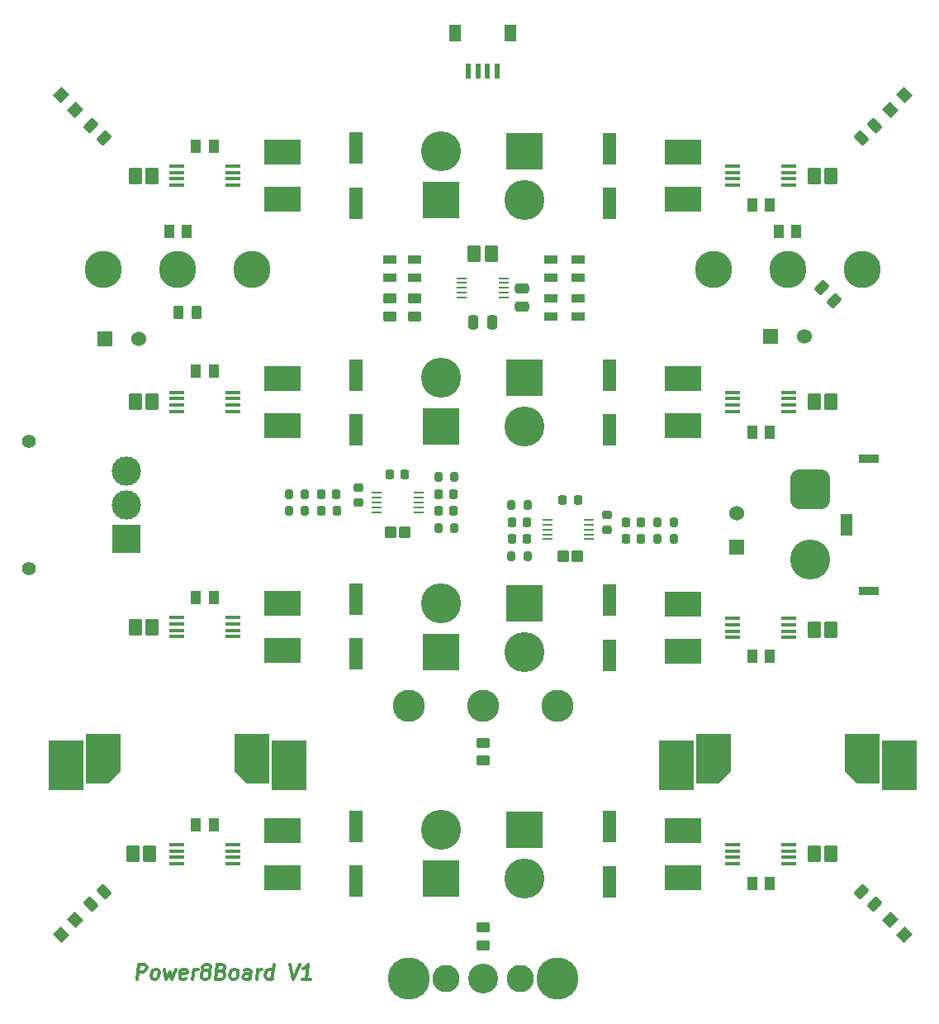
<source format=gts>
%TF.GenerationSoftware,KiCad,Pcbnew,8.0.5*%
%TF.CreationDate,2025-09-24T23:13:40-07:00*%
%TF.ProjectId,Power8Board V1,506f7765-7238-4426-9f61-72642056312e,rev?*%
%TF.SameCoordinates,Original*%
%TF.FileFunction,Soldermask,Top*%
%TF.FilePolarity,Negative*%
%FSLAX46Y46*%
G04 Gerber Fmt 4.6, Leading zero omitted, Abs format (unit mm)*
G04 Created by KiCad (PCBNEW 8.0.5) date 2025-09-24 23:13:40*
%MOMM*%
%LPD*%
G01*
G04 APERTURE LIST*
G04 Aperture macros list*
%AMRoundRect*
0 Rectangle with rounded corners*
0 $1 Rounding radius*
0 $2 $3 $4 $5 $6 $7 $8 $9 X,Y pos of 4 corners*
0 Add a 4 corners polygon primitive as box body*
4,1,4,$2,$3,$4,$5,$6,$7,$8,$9,$2,$3,0*
0 Add four circle primitives for the rounded corners*
1,1,$1+$1,$2,$3*
1,1,$1+$1,$4,$5*
1,1,$1+$1,$6,$7*
1,1,$1+$1,$8,$9*
0 Add four rect primitives between the rounded corners*
20,1,$1+$1,$2,$3,$4,$5,0*
20,1,$1+$1,$4,$5,$6,$7,0*
20,1,$1+$1,$6,$7,$8,$9,0*
20,1,$1+$1,$8,$9,$2,$3,0*%
%AMRotRect*
0 Rectangle, with rotation*
0 The origin of the aperture is its center*
0 $1 length*
0 $2 width*
0 $3 Rotation angle, in degrees counterclockwise*
0 Add horizontal line*
21,1,$1,$2,0,0,$3*%
%AMOutline5P*
0 Free polygon, 5 corners , with rotation*
0 The origin of the aperture is its center*
0 number of corners: always 5*
0 $1 to $10 corner X, Y*
0 $11 Rotation angle, in degrees counterclockwise*
0 create outline with 5 corners*
4,1,5,$1,$2,$3,$4,$5,$6,$7,$8,$9,$10,$1,$2,$11*%
%AMOutline6P*
0 Free polygon, 6 corners , with rotation*
0 The origin of the aperture is its center*
0 number of corners: always 6*
0 $1 to $12 corner X, Y*
0 $13 Rotation angle, in degrees counterclockwise*
0 create outline with 6 corners*
4,1,6,$1,$2,$3,$4,$5,$6,$7,$8,$9,$10,$11,$12,$1,$2,$13*%
%AMOutline7P*
0 Free polygon, 7 corners , with rotation*
0 The origin of the aperture is its center*
0 number of corners: always 7*
0 $1 to $14 corner X, Y*
0 $15 Rotation angle, in degrees counterclockwise*
0 create outline with 7 corners*
4,1,7,$1,$2,$3,$4,$5,$6,$7,$8,$9,$10,$11,$12,$13,$14,$1,$2,$15*%
%AMOutline8P*
0 Free polygon, 8 corners , with rotation*
0 The origin of the aperture is its center*
0 number of corners: always 8*
0 $1 to $16 corner X, Y*
0 $17 Rotation angle, in degrees counterclockwise*
0 create outline with 8 corners*
4,1,8,$1,$2,$3,$4,$5,$6,$7,$8,$9,$10,$11,$12,$13,$14,$15,$16,$1,$2,$17*%
G04 Aperture macros list end*
%ADD10C,0.300000*%
%ADD11RoundRect,0.225000X0.250000X-0.225000X0.250000X0.225000X-0.250000X0.225000X-0.250000X-0.225000X0*%
%ADD12R,1.397000X0.965200*%
%ADD13RoundRect,0.250000X-0.503814X-0.132583X-0.132583X-0.503814X0.503814X0.132583X0.132583X0.503814X0*%
%ADD14RoundRect,0.102000X0.600000X0.735000X-0.600000X0.735000X-0.600000X-0.735000X0.600000X-0.735000X0*%
%ADD15R,1.498600X0.457200*%
%ADD16RoundRect,0.102000X-0.600000X-0.735000X0.600000X-0.735000X0.600000X0.735000X-0.600000X0.735000X0*%
%ADD17RotRect,1.100000X1.200000X45.000000*%
%ADD18RoundRect,0.225000X0.225000X0.250000X-0.225000X0.250000X-0.225000X-0.250000X0.225000X-0.250000X0*%
%ADD19R,1.080000X1.420000*%
%ADD20RoundRect,0.225000X-0.225000X-0.250000X0.225000X-0.250000X0.225000X0.250000X-0.225000X0.250000X0*%
%ADD21RoundRect,0.200000X-0.200000X-0.275000X0.200000X-0.275000X0.200000X0.275000X-0.200000X0.275000X0*%
%ADD22R,3.800000X3.800000*%
%ADD23C,4.100000*%
%ADD24RotRect,1.100000X1.200000X135.000000*%
%ADD25R,3.683000X2.540000*%
%ADD26R,1.320800X3.302000*%
%ADD27RotRect,1.100000X1.200000X315.000000*%
%ADD28RoundRect,0.250000X0.262500X0.450000X-0.262500X0.450000X-0.262500X-0.450000X0.262500X-0.450000X0*%
%ADD29RoundRect,0.250000X-0.132583X0.503814X-0.503814X0.132583X0.132583X-0.503814X0.503814X-0.132583X0*%
%ADD30R,1.100000X0.250000*%
%ADD31RotRect,1.100000X1.200000X225.000000*%
%ADD32R,1.524000X1.524000*%
%ADD33C,1.524000*%
%ADD34RoundRect,0.250000X0.450000X-0.262500X0.450000X0.262500X-0.450000X0.262500X-0.450000X-0.262500X0*%
%ADD35R,2.000000X0.900000*%
%ADD36RoundRect,1.025000X-1.025000X1.025000X-1.025000X-1.025000X1.025000X-1.025000X1.025000X1.025000X0*%
%ADD37R,1.300000X2.300000*%
%ADD38RoundRect,0.102000X0.500000X0.485000X-0.500000X0.485000X-0.500000X-0.485000X0.500000X-0.485000X0*%
%ADD39C,3.810000*%
%ADD40R,3.556000X5.080000*%
%ADD41Outline5P,-2.540000X1.778000X2.540000X1.778000X2.540000X-0.533400X1.295400X-1.778000X-2.540000X-1.778000X270.000000*%
%ADD42Outline5P,-2.540000X1.778000X1.295400X1.778000X2.540000X0.533400X2.540000X-1.778000X-2.540000X-1.778000X270.000000*%
%ADD43RoundRect,0.250000X-0.475000X0.250000X-0.475000X-0.250000X0.475000X-0.250000X0.475000X0.250000X0*%
%ADD44RoundRect,0.250000X0.132583X-0.503814X0.503814X-0.132583X-0.132583X0.503814X-0.503814X0.132583X0*%
%ADD45RoundRect,0.250000X-0.450000X0.262500X-0.450000X-0.262500X0.450000X-0.262500X0.450000X0.262500X0*%
%ADD46RoundRect,0.102000X-0.500000X-0.485000X0.500000X-0.485000X0.500000X0.485000X-0.500000X0.485000X0*%
%ADD47RoundRect,0.250000X0.250000X0.475000X-0.250000X0.475000X-0.250000X-0.475000X0.250000X-0.475000X0*%
%ADD48C,1.400000*%
%ADD49R,3.000000X3.000000*%
%ADD50C,3.000000*%
%ADD51RoundRect,0.250000X0.503814X0.132583X0.132583X0.503814X-0.503814X-0.132583X-0.132583X-0.503814X0*%
%ADD52C,3.302000*%
%ADD53C,4.318000*%
%ADD54C,2.794000*%
%ADD55C,3.048000*%
%ADD56R,0.600000X1.550000*%
%ADD57R,1.200000X1.800000*%
%ADD58RoundRect,0.200000X0.200000X0.275000X-0.200000X0.275000X-0.200000X-0.275000X0.200000X-0.275000X0*%
G04 APERTURE END LIST*
D10*
X114545582Y-150300828D02*
X114733082Y-148800828D01*
X114733082Y-148800828D02*
X115304510Y-148800828D01*
X115304510Y-148800828D02*
X115438439Y-148872257D01*
X115438439Y-148872257D02*
X115500939Y-148943685D01*
X115500939Y-148943685D02*
X115554510Y-149086542D01*
X115554510Y-149086542D02*
X115527725Y-149300828D01*
X115527725Y-149300828D02*
X115438439Y-149443685D01*
X115438439Y-149443685D02*
X115358082Y-149515114D01*
X115358082Y-149515114D02*
X115206296Y-149586542D01*
X115206296Y-149586542D02*
X114634868Y-149586542D01*
X116259868Y-150300828D02*
X116125939Y-150229400D01*
X116125939Y-150229400D02*
X116063439Y-150157971D01*
X116063439Y-150157971D02*
X116009868Y-150015114D01*
X116009868Y-150015114D02*
X116063439Y-149586542D01*
X116063439Y-149586542D02*
X116152725Y-149443685D01*
X116152725Y-149443685D02*
X116233082Y-149372257D01*
X116233082Y-149372257D02*
X116384868Y-149300828D01*
X116384868Y-149300828D02*
X116599153Y-149300828D01*
X116599153Y-149300828D02*
X116733082Y-149372257D01*
X116733082Y-149372257D02*
X116795582Y-149443685D01*
X116795582Y-149443685D02*
X116849153Y-149586542D01*
X116849153Y-149586542D02*
X116795582Y-150015114D01*
X116795582Y-150015114D02*
X116706296Y-150157971D01*
X116706296Y-150157971D02*
X116625939Y-150229400D01*
X116625939Y-150229400D02*
X116474153Y-150300828D01*
X116474153Y-150300828D02*
X116259868Y-150300828D01*
X117384868Y-149300828D02*
X117545582Y-150300828D01*
X117545582Y-150300828D02*
X117920582Y-149586542D01*
X117920582Y-149586542D02*
X118117011Y-150300828D01*
X118117011Y-150300828D02*
X118527725Y-149300828D01*
X119554511Y-150229400D02*
X119402725Y-150300828D01*
X119402725Y-150300828D02*
X119117011Y-150300828D01*
X119117011Y-150300828D02*
X118983082Y-150229400D01*
X118983082Y-150229400D02*
X118929511Y-150086542D01*
X118929511Y-150086542D02*
X119000940Y-149515114D01*
X119000940Y-149515114D02*
X119090225Y-149372257D01*
X119090225Y-149372257D02*
X119242011Y-149300828D01*
X119242011Y-149300828D02*
X119527725Y-149300828D01*
X119527725Y-149300828D02*
X119661654Y-149372257D01*
X119661654Y-149372257D02*
X119715225Y-149515114D01*
X119715225Y-149515114D02*
X119697368Y-149657971D01*
X119697368Y-149657971D02*
X118965225Y-149800828D01*
X120259868Y-150300828D02*
X120384868Y-149300828D01*
X120349154Y-149586542D02*
X120438439Y-149443685D01*
X120438439Y-149443685D02*
X120518796Y-149372257D01*
X120518796Y-149372257D02*
X120670582Y-149300828D01*
X120670582Y-149300828D02*
X120813439Y-149300828D01*
X121509867Y-149443685D02*
X121375939Y-149372257D01*
X121375939Y-149372257D02*
X121313439Y-149300828D01*
X121313439Y-149300828D02*
X121259867Y-149157971D01*
X121259867Y-149157971D02*
X121268796Y-149086542D01*
X121268796Y-149086542D02*
X121358082Y-148943685D01*
X121358082Y-148943685D02*
X121438439Y-148872257D01*
X121438439Y-148872257D02*
X121590225Y-148800828D01*
X121590225Y-148800828D02*
X121875939Y-148800828D01*
X121875939Y-148800828D02*
X122009867Y-148872257D01*
X122009867Y-148872257D02*
X122072367Y-148943685D01*
X122072367Y-148943685D02*
X122125939Y-149086542D01*
X122125939Y-149086542D02*
X122117010Y-149157971D01*
X122117010Y-149157971D02*
X122027725Y-149300828D01*
X122027725Y-149300828D02*
X121947367Y-149372257D01*
X121947367Y-149372257D02*
X121795582Y-149443685D01*
X121795582Y-149443685D02*
X121509867Y-149443685D01*
X121509867Y-149443685D02*
X121358082Y-149515114D01*
X121358082Y-149515114D02*
X121277725Y-149586542D01*
X121277725Y-149586542D02*
X121188439Y-149729400D01*
X121188439Y-149729400D02*
X121152725Y-150015114D01*
X121152725Y-150015114D02*
X121206296Y-150157971D01*
X121206296Y-150157971D02*
X121268796Y-150229400D01*
X121268796Y-150229400D02*
X121402725Y-150300828D01*
X121402725Y-150300828D02*
X121688439Y-150300828D01*
X121688439Y-150300828D02*
X121840225Y-150229400D01*
X121840225Y-150229400D02*
X121920582Y-150157971D01*
X121920582Y-150157971D02*
X122009867Y-150015114D01*
X122009867Y-150015114D02*
X122045582Y-149729400D01*
X122045582Y-149729400D02*
X121992010Y-149586542D01*
X121992010Y-149586542D02*
X121929510Y-149515114D01*
X121929510Y-149515114D02*
X121795582Y-149443685D01*
X123215224Y-149515114D02*
X123420581Y-149586542D01*
X123420581Y-149586542D02*
X123483081Y-149657971D01*
X123483081Y-149657971D02*
X123536653Y-149800828D01*
X123536653Y-149800828D02*
X123509867Y-150015114D01*
X123509867Y-150015114D02*
X123420581Y-150157971D01*
X123420581Y-150157971D02*
X123340224Y-150229400D01*
X123340224Y-150229400D02*
X123188438Y-150300828D01*
X123188438Y-150300828D02*
X122617010Y-150300828D01*
X122617010Y-150300828D02*
X122804510Y-148800828D01*
X122804510Y-148800828D02*
X123304510Y-148800828D01*
X123304510Y-148800828D02*
X123438438Y-148872257D01*
X123438438Y-148872257D02*
X123500938Y-148943685D01*
X123500938Y-148943685D02*
X123554510Y-149086542D01*
X123554510Y-149086542D02*
X123536653Y-149229400D01*
X123536653Y-149229400D02*
X123447367Y-149372257D01*
X123447367Y-149372257D02*
X123367010Y-149443685D01*
X123367010Y-149443685D02*
X123215224Y-149515114D01*
X123215224Y-149515114D02*
X122715224Y-149515114D01*
X124331296Y-150300828D02*
X124197367Y-150229400D01*
X124197367Y-150229400D02*
X124134867Y-150157971D01*
X124134867Y-150157971D02*
X124081296Y-150015114D01*
X124081296Y-150015114D02*
X124134867Y-149586542D01*
X124134867Y-149586542D02*
X124224153Y-149443685D01*
X124224153Y-149443685D02*
X124304510Y-149372257D01*
X124304510Y-149372257D02*
X124456296Y-149300828D01*
X124456296Y-149300828D02*
X124670581Y-149300828D01*
X124670581Y-149300828D02*
X124804510Y-149372257D01*
X124804510Y-149372257D02*
X124867010Y-149443685D01*
X124867010Y-149443685D02*
X124920581Y-149586542D01*
X124920581Y-149586542D02*
X124867010Y-150015114D01*
X124867010Y-150015114D02*
X124777724Y-150157971D01*
X124777724Y-150157971D02*
X124697367Y-150229400D01*
X124697367Y-150229400D02*
X124545581Y-150300828D01*
X124545581Y-150300828D02*
X124331296Y-150300828D01*
X126117010Y-150300828D02*
X126215224Y-149515114D01*
X126215224Y-149515114D02*
X126161653Y-149372257D01*
X126161653Y-149372257D02*
X126027724Y-149300828D01*
X126027724Y-149300828D02*
X125742010Y-149300828D01*
X125742010Y-149300828D02*
X125590224Y-149372257D01*
X126125939Y-150229400D02*
X125974153Y-150300828D01*
X125974153Y-150300828D02*
X125617010Y-150300828D01*
X125617010Y-150300828D02*
X125483081Y-150229400D01*
X125483081Y-150229400D02*
X125429510Y-150086542D01*
X125429510Y-150086542D02*
X125447367Y-149943685D01*
X125447367Y-149943685D02*
X125536653Y-149800828D01*
X125536653Y-149800828D02*
X125688439Y-149729400D01*
X125688439Y-149729400D02*
X126045581Y-149729400D01*
X126045581Y-149729400D02*
X126197367Y-149657971D01*
X126831296Y-150300828D02*
X126956296Y-149300828D01*
X126920582Y-149586542D02*
X127009867Y-149443685D01*
X127009867Y-149443685D02*
X127090224Y-149372257D01*
X127090224Y-149372257D02*
X127242010Y-149300828D01*
X127242010Y-149300828D02*
X127384867Y-149300828D01*
X128402724Y-150300828D02*
X128590224Y-148800828D01*
X128411653Y-150229400D02*
X128259867Y-150300828D01*
X128259867Y-150300828D02*
X127974153Y-150300828D01*
X127974153Y-150300828D02*
X127840224Y-150229400D01*
X127840224Y-150229400D02*
X127777724Y-150157971D01*
X127777724Y-150157971D02*
X127724153Y-150015114D01*
X127724153Y-150015114D02*
X127777724Y-149586542D01*
X127777724Y-149586542D02*
X127867010Y-149443685D01*
X127867010Y-149443685D02*
X127947367Y-149372257D01*
X127947367Y-149372257D02*
X128099153Y-149300828D01*
X128099153Y-149300828D02*
X128384867Y-149300828D01*
X128384867Y-149300828D02*
X128518795Y-149372257D01*
X130233081Y-148800828D02*
X130545581Y-150300828D01*
X130545581Y-150300828D02*
X131233081Y-148800828D01*
X132331295Y-150300828D02*
X131474152Y-150300828D01*
X131902724Y-150300828D02*
X132090224Y-148800828D01*
X132090224Y-148800828D02*
X131920581Y-149015114D01*
X131920581Y-149015114D02*
X131759867Y-149157971D01*
X131759867Y-149157971D02*
X131608081Y-149229400D01*
D11*
%TO.C,C23*%
X162750000Y-104300000D03*
X162750000Y-102750000D03*
%TD*%
D12*
%TO.C,R12*%
X157000000Y-76572900D03*
X157000000Y-78427100D03*
%TD*%
D13*
%TO.C,R23*%
X188854765Y-141354765D03*
X190145235Y-142645235D03*
%TD*%
D14*
%TO.C,FB10*%
X185720000Y-68000000D03*
X184000000Y-68000000D03*
%TD*%
D15*
%TO.C,U4*%
X124399999Y-115224998D03*
X124399999Y-114575000D03*
X124399999Y-113925000D03*
X124399999Y-113275002D03*
X118600001Y-113275002D03*
X118600001Y-113925000D03*
X118600001Y-114575000D03*
X118600001Y-115224998D03*
%TD*%
D16*
%TO.C,FB11*%
X114140000Y-137500000D03*
X115860000Y-137500000D03*
%TD*%
D17*
%TO.C,D3*%
X106757538Y-145742462D03*
X108242462Y-144257538D03*
%TD*%
D18*
%TO.C,C22*%
X142025000Y-98600000D03*
X140475000Y-98600000D03*
%TD*%
D19*
%TO.C,C19*%
X122395001Y-111250000D03*
X120604999Y-111250000D03*
%TD*%
D16*
%TO.C,FB6*%
X114390000Y-68000000D03*
X116110000Y-68000000D03*
%TD*%
D12*
%TO.C,R10*%
X159750000Y-76572900D03*
X159750000Y-78427100D03*
%TD*%
D20*
%TO.C,C35*%
X164700000Y-103500000D03*
X166250000Y-103500000D03*
%TD*%
%TO.C,C5*%
X145475000Y-100600000D03*
X147025000Y-100600000D03*
%TD*%
D18*
%TO.C,C32*%
X154525000Y-103500000D03*
X152975000Y-103500000D03*
%TD*%
D21*
%TO.C,R28*%
X130100000Y-102350000D03*
X131750000Y-102350000D03*
%TD*%
D14*
%TO.C,FB9*%
X185720000Y-91166666D03*
X184000000Y-91166666D03*
%TD*%
D15*
%TO.C,U6*%
X124399999Y-68974998D03*
X124399999Y-68325000D03*
X124399999Y-67675000D03*
X124399999Y-67025002D03*
X118600001Y-67025002D03*
X118600001Y-67675000D03*
X118600001Y-68325000D03*
X118600001Y-68974998D03*
%TD*%
D22*
%TO.C,J1*%
X145750000Y-116833332D03*
D23*
X145750000Y-111833332D03*
%TD*%
D22*
%TO.C,J5*%
X154250000Y-111833332D03*
D23*
X154250000Y-116833332D03*
%TD*%
D12*
%TO.C,R20*%
X157000000Y-80572900D03*
X157000000Y-82427100D03*
%TD*%
D15*
%TO.C,U8*%
X175600001Y-113358333D03*
X175600001Y-114008331D03*
X175600001Y-114658333D03*
X175600001Y-115308331D03*
X181399999Y-115308331D03*
X181399999Y-114658333D03*
X181399999Y-114008331D03*
X181399999Y-113358333D03*
%TD*%
D24*
%TO.C,D2*%
X193242462Y-145742462D03*
X191757538Y-144257538D03*
%TD*%
D19*
%TO.C,C27*%
X122395001Y-88000000D03*
X120604999Y-88000000D03*
%TD*%
D15*
%TO.C,U5*%
X124399999Y-92141664D03*
X124399999Y-91491666D03*
X124399999Y-90841666D03*
X124399999Y-90191668D03*
X118600001Y-90191668D03*
X118600001Y-90841666D03*
X118600001Y-91491666D03*
X118600001Y-92141664D03*
%TD*%
D25*
%TO.C,R16*%
X170500000Y-111920332D03*
X170500000Y-116746332D03*
%TD*%
D21*
%TO.C,R29*%
X152925000Y-101750000D03*
X154575000Y-101750000D03*
%TD*%
D19*
%TO.C,C10*%
X177605000Y-117250000D03*
X179395000Y-117250000D03*
%TD*%
%TO.C,C9*%
X182145001Y-73750000D03*
X180354999Y-73750000D03*
%TD*%
D26*
%TO.C,C15*%
X163000000Y-140311402D03*
X163000000Y-134698000D03*
%TD*%
D21*
%TO.C,R32*%
X167925000Y-103500000D03*
X169575000Y-103500000D03*
%TD*%
D25*
%TO.C,R19*%
X129500000Y-139913000D03*
X129500000Y-135087000D03*
%TD*%
D19*
%TO.C,C6*%
X122395001Y-65000000D03*
X120604999Y-65000000D03*
%TD*%
D11*
%TO.C,C21*%
X137250000Y-101525000D03*
X137250000Y-99975000D03*
%TD*%
D18*
%TO.C,C30*%
X135000000Y-100600000D03*
X133450000Y-100600000D03*
%TD*%
D15*
%TO.C,U11*%
X124399999Y-138474998D03*
X124399999Y-137825000D03*
X124399999Y-137175000D03*
X124399999Y-136525002D03*
X118600001Y-136525002D03*
X118600001Y-137175000D03*
X118600001Y-137825000D03*
X118600001Y-138474998D03*
%TD*%
D27*
%TO.C,D4*%
X106757538Y-59757538D03*
X108242462Y-61242462D03*
%TD*%
D28*
%TO.C,R2*%
X120662500Y-82000000D03*
X118837500Y-82000000D03*
%TD*%
D19*
%TO.C,C8*%
X177605000Y-140500000D03*
X179395000Y-140500000D03*
%TD*%
D29*
%TO.C,R22*%
X111145235Y-141354765D03*
X109854765Y-142645235D03*
%TD*%
D22*
%TO.C,J0*%
X145750000Y-140000000D03*
D23*
X145750000Y-135000000D03*
%TD*%
D16*
%TO.C,FB5*%
X114390000Y-91166666D03*
X116110000Y-91166666D03*
%TD*%
D30*
%TO.C,U14*%
X147850000Y-78500000D03*
X147850000Y-79000000D03*
X147850000Y-79500000D03*
X147850000Y-80000000D03*
X147850000Y-80500000D03*
X152150000Y-80500000D03*
X152150000Y-80000000D03*
X152150000Y-79500000D03*
X152150000Y-79000000D03*
X152150000Y-78500000D03*
%TD*%
D19*
%TO.C,C28*%
X177604999Y-71000000D03*
X179395001Y-71000000D03*
%TD*%
D31*
%TO.C,D1*%
X193242462Y-59757538D03*
X191757538Y-61242462D03*
%TD*%
D32*
%TO.C,C3*%
X179500000Y-84500000D03*
D33*
X183000000Y-84500000D03*
%TD*%
D34*
%TO.C,R4*%
X150000000Y-146825000D03*
X150000000Y-145000000D03*
%TD*%
D35*
%TO.C,J10*%
X189600000Y-97000000D03*
X189600000Y-110500000D03*
D36*
X183600000Y-100150000D03*
D23*
X183600000Y-107350000D03*
D37*
X187250000Y-103750000D03*
%TD*%
D14*
%TO.C,FB8*%
X185720000Y-114500000D03*
X184000000Y-114500000D03*
%TD*%
D25*
%TO.C,R17*%
X170500000Y-88753666D03*
X170500000Y-93579666D03*
%TD*%
D38*
%TO.C,FB1*%
X141984999Y-104500000D03*
X140515001Y-104500000D03*
%TD*%
D22*
%TO.C,J4*%
X154250000Y-135000000D03*
D23*
X154250000Y-140000000D03*
%TD*%
D18*
%TO.C,C31*%
X135025000Y-102350000D03*
X133475000Y-102350000D03*
%TD*%
D12*
%TO.C,R8*%
X143000000Y-76572900D03*
X143000000Y-78427100D03*
%TD*%
D25*
%TO.C,R14*%
X129500000Y-70413000D03*
X129500000Y-65587000D03*
%TD*%
D22*
%TO.C,J2*%
X145750000Y-93666666D03*
D23*
X145750000Y-88666666D03*
%TD*%
D39*
%TO.C,U1*%
X173630000Y-77600000D03*
X181250000Y-77600000D03*
X188870000Y-77600000D03*
D40*
X192680000Y-128400000D03*
D41*
X188870000Y-127765000D03*
D42*
X173630000Y-127765000D03*
D40*
X169820000Y-128400000D03*
%TD*%
D25*
%TO.C,R18*%
X170500000Y-65587000D03*
X170500000Y-70413000D03*
%TD*%
D20*
%TO.C,C20*%
X158200000Y-101250000D03*
X159750000Y-101250000D03*
%TD*%
D43*
%TO.C,C25*%
X154000000Y-79550001D03*
X154000000Y-81449999D03*
%TD*%
D44*
%TO.C,R21*%
X188854765Y-64145235D03*
X190145235Y-62854765D03*
%TD*%
D26*
%TO.C,C17*%
X163000000Y-94056701D03*
X163000000Y-88443299D03*
%TD*%
D12*
%TO.C,R7*%
X140500000Y-76572900D03*
X140500000Y-78427100D03*
%TD*%
D19*
%TO.C,C29*%
X122395001Y-134500000D03*
X120604999Y-134500000D03*
%TD*%
D45*
%TO.C,R9*%
X143000000Y-80587500D03*
X143000000Y-82412500D03*
%TD*%
D15*
%TO.C,U10*%
X175600001Y-67025001D03*
X175600001Y-67674999D03*
X175600001Y-68325001D03*
X175600001Y-68974999D03*
X181399999Y-68974999D03*
X181399999Y-68325001D03*
X181399999Y-67674999D03*
X181399999Y-67025001D03*
%TD*%
D26*
%TO.C,C13*%
X137000000Y-88443299D03*
X137000000Y-94056701D03*
%TD*%
D15*
%TO.C,U9*%
X175600001Y-90191667D03*
X175600001Y-90841665D03*
X175600001Y-91491667D03*
X175600001Y-92141665D03*
X181399999Y-92141665D03*
X181399999Y-91491667D03*
X181399999Y-90841665D03*
X181399999Y-90191667D03*
%TD*%
D26*
%TO.C,C18*%
X163000000Y-70863402D03*
X163000000Y-65250000D03*
%TD*%
D20*
%TO.C,C34*%
X164700000Y-105250000D03*
X166250000Y-105250000D03*
%TD*%
D22*
%TO.C,J3*%
X145750000Y-70500000D03*
D23*
X145750000Y-65500000D03*
%TD*%
D25*
%TO.C,R15*%
X170500000Y-135087000D03*
X170500000Y-139913000D03*
%TD*%
D22*
%TO.C,J7*%
X154250000Y-65500000D03*
D23*
X154250000Y-70500000D03*
%TD*%
D19*
%TO.C,C26*%
X177605000Y-94250000D03*
X179395000Y-94250000D03*
%TD*%
D46*
%TO.C,FB2*%
X158240001Y-107000000D03*
X159709999Y-107000000D03*
%TD*%
D21*
%TO.C,R30*%
X152925000Y-107000000D03*
X154575000Y-107000000D03*
%TD*%
D32*
%TO.C,C2*%
X111250000Y-84750000D03*
D33*
X114750000Y-84750000D03*
%TD*%
D47*
%TO.C,C24*%
X150949999Y-83000000D03*
X149050001Y-83000000D03*
%TD*%
D48*
%TO.C,J9*%
X103500000Y-108250000D03*
X103500000Y-95250000D03*
D49*
X113500000Y-105250000D03*
D50*
X113500000Y-101750000D03*
X113500000Y-98250001D03*
%TD*%
D51*
%TO.C,R1*%
X186040470Y-80790470D03*
X184750000Y-79500000D03*
%TD*%
D15*
%TO.C,U7*%
X175600001Y-136525002D03*
X175600001Y-137175000D03*
X175600001Y-137825000D03*
X175600001Y-138474998D03*
X181399999Y-138474998D03*
X181399999Y-137825000D03*
X181399999Y-137175000D03*
X181399999Y-136525002D03*
%TD*%
D22*
%TO.C,J6*%
X154250000Y-88666666D03*
D23*
X154250000Y-93666666D03*
%TD*%
D26*
%TO.C,C14*%
X137000000Y-65188599D03*
X137000000Y-70802001D03*
%TD*%
D21*
%TO.C,R27*%
X130100000Y-100600000D03*
X131750000Y-100600000D03*
%TD*%
D26*
%TO.C,C12*%
X137000000Y-111386598D03*
X137000000Y-117000000D03*
%TD*%
D52*
%TO.C,U3*%
X142380000Y-122310000D03*
X150000000Y-122310000D03*
X157620000Y-122310000D03*
D53*
X157620000Y-150250000D03*
D54*
X153810000Y-150250000D03*
D55*
X150000000Y-150250000D03*
D54*
X146190000Y-150250000D03*
D53*
X142380000Y-150250000D03*
%TD*%
D32*
%TO.C,C1*%
X176000000Y-106083250D03*
D33*
X176000000Y-102583249D03*
%TD*%
D56*
%TO.C,J8*%
X151500000Y-57275000D03*
X150500000Y-57275000D03*
X149500000Y-57275000D03*
X148500000Y-57275000D03*
D57*
X152800000Y-53400000D03*
X147200000Y-53400000D03*
%TD*%
D20*
%TO.C,C4*%
X145475000Y-102350000D03*
X147025000Y-102350000D03*
%TD*%
D45*
%TO.C,R6*%
X140500000Y-80587500D03*
X140500000Y-82412500D03*
%TD*%
D34*
%TO.C,R3*%
X150000000Y-127912500D03*
X150000000Y-126087500D03*
%TD*%
D39*
%TO.C,U2*%
X111130000Y-77600000D03*
X118750000Y-77600000D03*
X126370000Y-77600000D03*
D40*
X130180000Y-128400000D03*
D41*
X126370000Y-127765000D03*
D42*
X111130000Y-127765000D03*
D40*
X107320000Y-128400000D03*
%TD*%
D51*
%TO.C,R24*%
X111145235Y-64145235D03*
X109854765Y-62854765D03*
%TD*%
D14*
%TO.C,FB7*%
X185720000Y-137500000D03*
X184000000Y-137500000D03*
%TD*%
D26*
%TO.C,C11*%
X137000000Y-134636598D03*
X137000000Y-140250000D03*
%TD*%
D30*
%TO.C,U12*%
X143400000Y-102500000D03*
X143400000Y-102000000D03*
X143400001Y-101500000D03*
X143400000Y-101000000D03*
X143400000Y-100500000D03*
X139100000Y-100500000D03*
X139100000Y-101000000D03*
X139099999Y-101500000D03*
X139100000Y-102000000D03*
X139100000Y-102500000D03*
%TD*%
D12*
%TO.C,R11*%
X159750000Y-80572900D03*
X159750000Y-82427100D03*
%TD*%
D21*
%TO.C,R31*%
X167925000Y-105250000D03*
X169575000Y-105250000D03*
%TD*%
D26*
%TO.C,C16*%
X163000000Y-111500000D03*
X163000000Y-117113402D03*
%TD*%
D19*
%TO.C,C7*%
X119645001Y-73750000D03*
X117854999Y-73750000D03*
%TD*%
D25*
%TO.C,R13*%
X129500000Y-93579666D03*
X129500000Y-88753666D03*
%TD*%
D16*
%TO.C,FB4*%
X114390000Y-114250000D03*
X116110000Y-114250000D03*
%TD*%
D58*
%TO.C,R26*%
X147075000Y-98850000D03*
X145425000Y-98850000D03*
%TD*%
D18*
%TO.C,C33*%
X154525000Y-105250000D03*
X152975000Y-105250000D03*
%TD*%
D16*
%TO.C,FB3*%
X149140000Y-76000000D03*
X150860000Y-76000000D03*
%TD*%
D30*
%TO.C,U13*%
X156600000Y-103250000D03*
X156600000Y-103750000D03*
X156599999Y-104250000D03*
X156600000Y-104750000D03*
X156600000Y-105250000D03*
X160900000Y-105250000D03*
X160900000Y-104750000D03*
X160900001Y-104250000D03*
X160900000Y-103750000D03*
X160900000Y-103250000D03*
%TD*%
D25*
%TO.C,R25*%
X129500000Y-116663000D03*
X129500000Y-111837000D03*
%TD*%
D58*
%TO.C,R5*%
X147075000Y-104100000D03*
X145425000Y-104100000D03*
%TD*%
M02*

</source>
